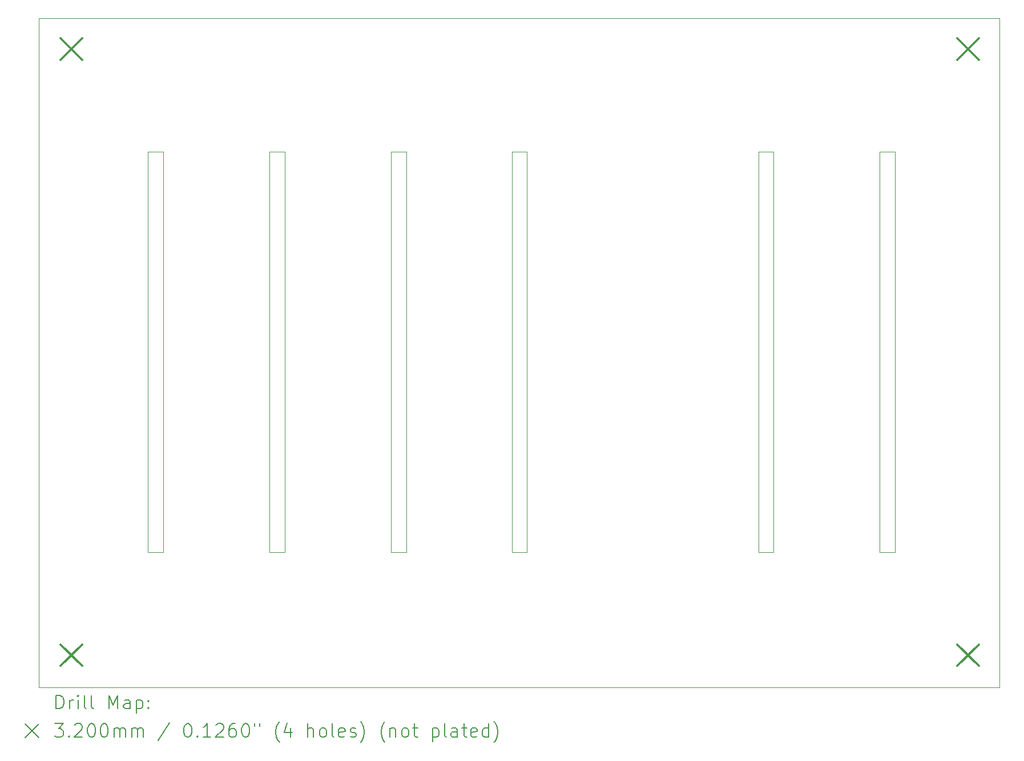
<source format=gbr>
%TF.GenerationSoftware,KiCad,Pcbnew,8.0.1-8.0.1-1~ubuntu22.04.1*%
%TF.CreationDate,2024-03-31T13:35:39+01:00*%
%TF.ProjectId,Arduino_Mixer,41726475-696e-46f5-9f4d-697865722e6b,1.0*%
%TF.SameCoordinates,Original*%
%TF.FileFunction,Drillmap*%
%TF.FilePolarity,Positive*%
%FSLAX45Y45*%
G04 Gerber Fmt 4.5, Leading zero omitted, Abs format (unit mm)*
G04 Created by KiCad (PCBNEW 8.0.1-8.0.1-1~ubuntu22.04.1) date 2024-03-31 13:35:39*
%MOMM*%
%LPD*%
G01*
G04 APERTURE LIST*
%ADD10C,0.100000*%
%ADD11C,0.200000*%
%ADD12C,0.320000*%
G04 APERTURE END LIST*
D10*
X9136100Y-6527800D02*
X9359900Y-6527800D01*
X9359900Y-12471400D01*
X9136100Y-12471400D01*
X9136100Y-6527800D01*
X10939500Y-6527800D02*
X11163300Y-6527800D01*
X11163300Y-12471400D01*
X10939500Y-12471400D01*
X10939500Y-6527800D01*
X12742900Y-6527800D02*
X12966700Y-6527800D01*
X12966700Y-12471400D01*
X12742900Y-12471400D01*
X12742900Y-6527800D01*
X18191200Y-6527800D02*
X18415000Y-6527800D01*
X18415000Y-12471400D01*
X18191200Y-12471400D01*
X18191200Y-6527800D01*
X19989800Y-6527800D02*
X20213600Y-6527800D01*
X20213600Y-12471400D01*
X19989800Y-12471400D01*
X19989800Y-6527800D01*
X7518400Y-4546600D02*
X21767800Y-4546600D01*
X21767800Y-14478000D01*
X7518400Y-14478000D01*
X7518400Y-4546600D01*
X14533600Y-6527800D02*
X14757400Y-6527800D01*
X14757400Y-12471400D01*
X14533600Y-12471400D01*
X14533600Y-6527800D01*
D11*
D12*
X7840000Y-4840000D02*
X8160000Y-5160000D01*
X8160000Y-4840000D02*
X7840000Y-5160000D01*
X7840000Y-13840000D02*
X8160000Y-14160000D01*
X8160000Y-13840000D02*
X7840000Y-14160000D01*
X21140000Y-4840000D02*
X21460000Y-5160000D01*
X21460000Y-4840000D02*
X21140000Y-5160000D01*
X21140000Y-13840000D02*
X21460000Y-14160000D01*
X21460000Y-13840000D02*
X21140000Y-14160000D01*
D11*
X7774177Y-14794484D02*
X7774177Y-14594484D01*
X7774177Y-14594484D02*
X7821796Y-14594484D01*
X7821796Y-14594484D02*
X7850367Y-14604008D01*
X7850367Y-14604008D02*
X7869415Y-14623055D01*
X7869415Y-14623055D02*
X7878939Y-14642103D01*
X7878939Y-14642103D02*
X7888462Y-14680198D01*
X7888462Y-14680198D02*
X7888462Y-14708769D01*
X7888462Y-14708769D02*
X7878939Y-14746865D01*
X7878939Y-14746865D02*
X7869415Y-14765912D01*
X7869415Y-14765912D02*
X7850367Y-14784960D01*
X7850367Y-14784960D02*
X7821796Y-14794484D01*
X7821796Y-14794484D02*
X7774177Y-14794484D01*
X7974177Y-14794484D02*
X7974177Y-14661150D01*
X7974177Y-14699246D02*
X7983701Y-14680198D01*
X7983701Y-14680198D02*
X7993224Y-14670674D01*
X7993224Y-14670674D02*
X8012272Y-14661150D01*
X8012272Y-14661150D02*
X8031320Y-14661150D01*
X8097986Y-14794484D02*
X8097986Y-14661150D01*
X8097986Y-14594484D02*
X8088462Y-14604008D01*
X8088462Y-14604008D02*
X8097986Y-14613531D01*
X8097986Y-14613531D02*
X8107510Y-14604008D01*
X8107510Y-14604008D02*
X8097986Y-14594484D01*
X8097986Y-14594484D02*
X8097986Y-14613531D01*
X8221796Y-14794484D02*
X8202748Y-14784960D01*
X8202748Y-14784960D02*
X8193224Y-14765912D01*
X8193224Y-14765912D02*
X8193224Y-14594484D01*
X8326558Y-14794484D02*
X8307510Y-14784960D01*
X8307510Y-14784960D02*
X8297986Y-14765912D01*
X8297986Y-14765912D02*
X8297986Y-14594484D01*
X8555129Y-14794484D02*
X8555129Y-14594484D01*
X8555129Y-14594484D02*
X8621796Y-14737341D01*
X8621796Y-14737341D02*
X8688463Y-14594484D01*
X8688463Y-14594484D02*
X8688463Y-14794484D01*
X8869415Y-14794484D02*
X8869415Y-14689722D01*
X8869415Y-14689722D02*
X8859891Y-14670674D01*
X8859891Y-14670674D02*
X8840844Y-14661150D01*
X8840844Y-14661150D02*
X8802748Y-14661150D01*
X8802748Y-14661150D02*
X8783701Y-14670674D01*
X8869415Y-14784960D02*
X8850367Y-14794484D01*
X8850367Y-14794484D02*
X8802748Y-14794484D01*
X8802748Y-14794484D02*
X8783701Y-14784960D01*
X8783701Y-14784960D02*
X8774177Y-14765912D01*
X8774177Y-14765912D02*
X8774177Y-14746865D01*
X8774177Y-14746865D02*
X8783701Y-14727817D01*
X8783701Y-14727817D02*
X8802748Y-14718293D01*
X8802748Y-14718293D02*
X8850367Y-14718293D01*
X8850367Y-14718293D02*
X8869415Y-14708769D01*
X8964653Y-14661150D02*
X8964653Y-14861150D01*
X8964653Y-14670674D02*
X8983701Y-14661150D01*
X8983701Y-14661150D02*
X9021796Y-14661150D01*
X9021796Y-14661150D02*
X9040844Y-14670674D01*
X9040844Y-14670674D02*
X9050367Y-14680198D01*
X9050367Y-14680198D02*
X9059891Y-14699246D01*
X9059891Y-14699246D02*
X9059891Y-14756388D01*
X9059891Y-14756388D02*
X9050367Y-14775436D01*
X9050367Y-14775436D02*
X9040844Y-14784960D01*
X9040844Y-14784960D02*
X9021796Y-14794484D01*
X9021796Y-14794484D02*
X8983701Y-14794484D01*
X8983701Y-14794484D02*
X8964653Y-14784960D01*
X9145605Y-14775436D02*
X9155129Y-14784960D01*
X9155129Y-14784960D02*
X9145605Y-14794484D01*
X9145605Y-14794484D02*
X9136082Y-14784960D01*
X9136082Y-14784960D02*
X9145605Y-14775436D01*
X9145605Y-14775436D02*
X9145605Y-14794484D01*
X9145605Y-14670674D02*
X9155129Y-14680198D01*
X9155129Y-14680198D02*
X9145605Y-14689722D01*
X9145605Y-14689722D02*
X9136082Y-14680198D01*
X9136082Y-14680198D02*
X9145605Y-14670674D01*
X9145605Y-14670674D02*
X9145605Y-14689722D01*
X7313400Y-15023000D02*
X7513400Y-15223000D01*
X7513400Y-15023000D02*
X7313400Y-15223000D01*
X7755129Y-15014484D02*
X7878939Y-15014484D01*
X7878939Y-15014484D02*
X7812272Y-15090674D01*
X7812272Y-15090674D02*
X7840843Y-15090674D01*
X7840843Y-15090674D02*
X7859891Y-15100198D01*
X7859891Y-15100198D02*
X7869415Y-15109722D01*
X7869415Y-15109722D02*
X7878939Y-15128769D01*
X7878939Y-15128769D02*
X7878939Y-15176388D01*
X7878939Y-15176388D02*
X7869415Y-15195436D01*
X7869415Y-15195436D02*
X7859891Y-15204960D01*
X7859891Y-15204960D02*
X7840843Y-15214484D01*
X7840843Y-15214484D02*
X7783701Y-15214484D01*
X7783701Y-15214484D02*
X7764653Y-15204960D01*
X7764653Y-15204960D02*
X7755129Y-15195436D01*
X7964653Y-15195436D02*
X7974177Y-15204960D01*
X7974177Y-15204960D02*
X7964653Y-15214484D01*
X7964653Y-15214484D02*
X7955129Y-15204960D01*
X7955129Y-15204960D02*
X7964653Y-15195436D01*
X7964653Y-15195436D02*
X7964653Y-15214484D01*
X8050367Y-15033531D02*
X8059891Y-15024008D01*
X8059891Y-15024008D02*
X8078939Y-15014484D01*
X8078939Y-15014484D02*
X8126558Y-15014484D01*
X8126558Y-15014484D02*
X8145605Y-15024008D01*
X8145605Y-15024008D02*
X8155129Y-15033531D01*
X8155129Y-15033531D02*
X8164653Y-15052579D01*
X8164653Y-15052579D02*
X8164653Y-15071627D01*
X8164653Y-15071627D02*
X8155129Y-15100198D01*
X8155129Y-15100198D02*
X8040843Y-15214484D01*
X8040843Y-15214484D02*
X8164653Y-15214484D01*
X8288462Y-15014484D02*
X8307510Y-15014484D01*
X8307510Y-15014484D02*
X8326558Y-15024008D01*
X8326558Y-15024008D02*
X8336082Y-15033531D01*
X8336082Y-15033531D02*
X8345605Y-15052579D01*
X8345605Y-15052579D02*
X8355129Y-15090674D01*
X8355129Y-15090674D02*
X8355129Y-15138293D01*
X8355129Y-15138293D02*
X8345605Y-15176388D01*
X8345605Y-15176388D02*
X8336082Y-15195436D01*
X8336082Y-15195436D02*
X8326558Y-15204960D01*
X8326558Y-15204960D02*
X8307510Y-15214484D01*
X8307510Y-15214484D02*
X8288462Y-15214484D01*
X8288462Y-15214484D02*
X8269415Y-15204960D01*
X8269415Y-15204960D02*
X8259891Y-15195436D01*
X8259891Y-15195436D02*
X8250367Y-15176388D01*
X8250367Y-15176388D02*
X8240843Y-15138293D01*
X8240843Y-15138293D02*
X8240843Y-15090674D01*
X8240843Y-15090674D02*
X8250367Y-15052579D01*
X8250367Y-15052579D02*
X8259891Y-15033531D01*
X8259891Y-15033531D02*
X8269415Y-15024008D01*
X8269415Y-15024008D02*
X8288462Y-15014484D01*
X8478939Y-15014484D02*
X8497986Y-15014484D01*
X8497986Y-15014484D02*
X8517034Y-15024008D01*
X8517034Y-15024008D02*
X8526558Y-15033531D01*
X8526558Y-15033531D02*
X8536082Y-15052579D01*
X8536082Y-15052579D02*
X8545605Y-15090674D01*
X8545605Y-15090674D02*
X8545605Y-15138293D01*
X8545605Y-15138293D02*
X8536082Y-15176388D01*
X8536082Y-15176388D02*
X8526558Y-15195436D01*
X8526558Y-15195436D02*
X8517034Y-15204960D01*
X8517034Y-15204960D02*
X8497986Y-15214484D01*
X8497986Y-15214484D02*
X8478939Y-15214484D01*
X8478939Y-15214484D02*
X8459891Y-15204960D01*
X8459891Y-15204960D02*
X8450367Y-15195436D01*
X8450367Y-15195436D02*
X8440844Y-15176388D01*
X8440844Y-15176388D02*
X8431320Y-15138293D01*
X8431320Y-15138293D02*
X8431320Y-15090674D01*
X8431320Y-15090674D02*
X8440844Y-15052579D01*
X8440844Y-15052579D02*
X8450367Y-15033531D01*
X8450367Y-15033531D02*
X8459891Y-15024008D01*
X8459891Y-15024008D02*
X8478939Y-15014484D01*
X8631320Y-15214484D02*
X8631320Y-15081150D01*
X8631320Y-15100198D02*
X8640844Y-15090674D01*
X8640844Y-15090674D02*
X8659891Y-15081150D01*
X8659891Y-15081150D02*
X8688463Y-15081150D01*
X8688463Y-15081150D02*
X8707510Y-15090674D01*
X8707510Y-15090674D02*
X8717034Y-15109722D01*
X8717034Y-15109722D02*
X8717034Y-15214484D01*
X8717034Y-15109722D02*
X8726558Y-15090674D01*
X8726558Y-15090674D02*
X8745605Y-15081150D01*
X8745605Y-15081150D02*
X8774177Y-15081150D01*
X8774177Y-15081150D02*
X8793225Y-15090674D01*
X8793225Y-15090674D02*
X8802748Y-15109722D01*
X8802748Y-15109722D02*
X8802748Y-15214484D01*
X8897986Y-15214484D02*
X8897986Y-15081150D01*
X8897986Y-15100198D02*
X8907510Y-15090674D01*
X8907510Y-15090674D02*
X8926558Y-15081150D01*
X8926558Y-15081150D02*
X8955129Y-15081150D01*
X8955129Y-15081150D02*
X8974177Y-15090674D01*
X8974177Y-15090674D02*
X8983701Y-15109722D01*
X8983701Y-15109722D02*
X8983701Y-15214484D01*
X8983701Y-15109722D02*
X8993225Y-15090674D01*
X8993225Y-15090674D02*
X9012272Y-15081150D01*
X9012272Y-15081150D02*
X9040844Y-15081150D01*
X9040844Y-15081150D02*
X9059891Y-15090674D01*
X9059891Y-15090674D02*
X9069415Y-15109722D01*
X9069415Y-15109722D02*
X9069415Y-15214484D01*
X9459891Y-15004960D02*
X9288463Y-15262103D01*
X9717034Y-15014484D02*
X9736082Y-15014484D01*
X9736082Y-15014484D02*
X9755129Y-15024008D01*
X9755129Y-15024008D02*
X9764653Y-15033531D01*
X9764653Y-15033531D02*
X9774177Y-15052579D01*
X9774177Y-15052579D02*
X9783701Y-15090674D01*
X9783701Y-15090674D02*
X9783701Y-15138293D01*
X9783701Y-15138293D02*
X9774177Y-15176388D01*
X9774177Y-15176388D02*
X9764653Y-15195436D01*
X9764653Y-15195436D02*
X9755129Y-15204960D01*
X9755129Y-15204960D02*
X9736082Y-15214484D01*
X9736082Y-15214484D02*
X9717034Y-15214484D01*
X9717034Y-15214484D02*
X9697987Y-15204960D01*
X9697987Y-15204960D02*
X9688463Y-15195436D01*
X9688463Y-15195436D02*
X9678939Y-15176388D01*
X9678939Y-15176388D02*
X9669415Y-15138293D01*
X9669415Y-15138293D02*
X9669415Y-15090674D01*
X9669415Y-15090674D02*
X9678939Y-15052579D01*
X9678939Y-15052579D02*
X9688463Y-15033531D01*
X9688463Y-15033531D02*
X9697987Y-15024008D01*
X9697987Y-15024008D02*
X9717034Y-15014484D01*
X9869415Y-15195436D02*
X9878939Y-15204960D01*
X9878939Y-15204960D02*
X9869415Y-15214484D01*
X9869415Y-15214484D02*
X9859891Y-15204960D01*
X9859891Y-15204960D02*
X9869415Y-15195436D01*
X9869415Y-15195436D02*
X9869415Y-15214484D01*
X10069415Y-15214484D02*
X9955129Y-15214484D01*
X10012272Y-15214484D02*
X10012272Y-15014484D01*
X10012272Y-15014484D02*
X9993225Y-15043055D01*
X9993225Y-15043055D02*
X9974177Y-15062103D01*
X9974177Y-15062103D02*
X9955129Y-15071627D01*
X10145606Y-15033531D02*
X10155129Y-15024008D01*
X10155129Y-15024008D02*
X10174177Y-15014484D01*
X10174177Y-15014484D02*
X10221796Y-15014484D01*
X10221796Y-15014484D02*
X10240844Y-15024008D01*
X10240844Y-15024008D02*
X10250368Y-15033531D01*
X10250368Y-15033531D02*
X10259891Y-15052579D01*
X10259891Y-15052579D02*
X10259891Y-15071627D01*
X10259891Y-15071627D02*
X10250368Y-15100198D01*
X10250368Y-15100198D02*
X10136082Y-15214484D01*
X10136082Y-15214484D02*
X10259891Y-15214484D01*
X10431320Y-15014484D02*
X10393225Y-15014484D01*
X10393225Y-15014484D02*
X10374177Y-15024008D01*
X10374177Y-15024008D02*
X10364653Y-15033531D01*
X10364653Y-15033531D02*
X10345606Y-15062103D01*
X10345606Y-15062103D02*
X10336082Y-15100198D01*
X10336082Y-15100198D02*
X10336082Y-15176388D01*
X10336082Y-15176388D02*
X10345606Y-15195436D01*
X10345606Y-15195436D02*
X10355129Y-15204960D01*
X10355129Y-15204960D02*
X10374177Y-15214484D01*
X10374177Y-15214484D02*
X10412272Y-15214484D01*
X10412272Y-15214484D02*
X10431320Y-15204960D01*
X10431320Y-15204960D02*
X10440844Y-15195436D01*
X10440844Y-15195436D02*
X10450368Y-15176388D01*
X10450368Y-15176388D02*
X10450368Y-15128769D01*
X10450368Y-15128769D02*
X10440844Y-15109722D01*
X10440844Y-15109722D02*
X10431320Y-15100198D01*
X10431320Y-15100198D02*
X10412272Y-15090674D01*
X10412272Y-15090674D02*
X10374177Y-15090674D01*
X10374177Y-15090674D02*
X10355129Y-15100198D01*
X10355129Y-15100198D02*
X10345606Y-15109722D01*
X10345606Y-15109722D02*
X10336082Y-15128769D01*
X10574177Y-15014484D02*
X10593225Y-15014484D01*
X10593225Y-15014484D02*
X10612272Y-15024008D01*
X10612272Y-15024008D02*
X10621796Y-15033531D01*
X10621796Y-15033531D02*
X10631320Y-15052579D01*
X10631320Y-15052579D02*
X10640844Y-15090674D01*
X10640844Y-15090674D02*
X10640844Y-15138293D01*
X10640844Y-15138293D02*
X10631320Y-15176388D01*
X10631320Y-15176388D02*
X10621796Y-15195436D01*
X10621796Y-15195436D02*
X10612272Y-15204960D01*
X10612272Y-15204960D02*
X10593225Y-15214484D01*
X10593225Y-15214484D02*
X10574177Y-15214484D01*
X10574177Y-15214484D02*
X10555129Y-15204960D01*
X10555129Y-15204960D02*
X10545606Y-15195436D01*
X10545606Y-15195436D02*
X10536082Y-15176388D01*
X10536082Y-15176388D02*
X10526558Y-15138293D01*
X10526558Y-15138293D02*
X10526558Y-15090674D01*
X10526558Y-15090674D02*
X10536082Y-15052579D01*
X10536082Y-15052579D02*
X10545606Y-15033531D01*
X10545606Y-15033531D02*
X10555129Y-15024008D01*
X10555129Y-15024008D02*
X10574177Y-15014484D01*
X10717034Y-15014484D02*
X10717034Y-15052579D01*
X10793225Y-15014484D02*
X10793225Y-15052579D01*
X11088463Y-15290674D02*
X11078939Y-15281150D01*
X11078939Y-15281150D02*
X11059891Y-15252579D01*
X11059891Y-15252579D02*
X11050368Y-15233531D01*
X11050368Y-15233531D02*
X11040844Y-15204960D01*
X11040844Y-15204960D02*
X11031320Y-15157341D01*
X11031320Y-15157341D02*
X11031320Y-15119246D01*
X11031320Y-15119246D02*
X11040844Y-15071627D01*
X11040844Y-15071627D02*
X11050368Y-15043055D01*
X11050368Y-15043055D02*
X11059891Y-15024008D01*
X11059891Y-15024008D02*
X11078939Y-14995436D01*
X11078939Y-14995436D02*
X11088463Y-14985912D01*
X11250368Y-15081150D02*
X11250368Y-15214484D01*
X11202748Y-15004960D02*
X11155130Y-15147817D01*
X11155130Y-15147817D02*
X11278939Y-15147817D01*
X11507510Y-15214484D02*
X11507510Y-15014484D01*
X11593225Y-15214484D02*
X11593225Y-15109722D01*
X11593225Y-15109722D02*
X11583701Y-15090674D01*
X11583701Y-15090674D02*
X11564653Y-15081150D01*
X11564653Y-15081150D02*
X11536082Y-15081150D01*
X11536082Y-15081150D02*
X11517034Y-15090674D01*
X11517034Y-15090674D02*
X11507510Y-15100198D01*
X11717034Y-15214484D02*
X11697987Y-15204960D01*
X11697987Y-15204960D02*
X11688463Y-15195436D01*
X11688463Y-15195436D02*
X11678939Y-15176388D01*
X11678939Y-15176388D02*
X11678939Y-15119246D01*
X11678939Y-15119246D02*
X11688463Y-15100198D01*
X11688463Y-15100198D02*
X11697987Y-15090674D01*
X11697987Y-15090674D02*
X11717034Y-15081150D01*
X11717034Y-15081150D02*
X11745606Y-15081150D01*
X11745606Y-15081150D02*
X11764653Y-15090674D01*
X11764653Y-15090674D02*
X11774177Y-15100198D01*
X11774177Y-15100198D02*
X11783701Y-15119246D01*
X11783701Y-15119246D02*
X11783701Y-15176388D01*
X11783701Y-15176388D02*
X11774177Y-15195436D01*
X11774177Y-15195436D02*
X11764653Y-15204960D01*
X11764653Y-15204960D02*
X11745606Y-15214484D01*
X11745606Y-15214484D02*
X11717034Y-15214484D01*
X11897987Y-15214484D02*
X11878939Y-15204960D01*
X11878939Y-15204960D02*
X11869415Y-15185912D01*
X11869415Y-15185912D02*
X11869415Y-15014484D01*
X12050368Y-15204960D02*
X12031320Y-15214484D01*
X12031320Y-15214484D02*
X11993225Y-15214484D01*
X11993225Y-15214484D02*
X11974177Y-15204960D01*
X11974177Y-15204960D02*
X11964653Y-15185912D01*
X11964653Y-15185912D02*
X11964653Y-15109722D01*
X11964653Y-15109722D02*
X11974177Y-15090674D01*
X11974177Y-15090674D02*
X11993225Y-15081150D01*
X11993225Y-15081150D02*
X12031320Y-15081150D01*
X12031320Y-15081150D02*
X12050368Y-15090674D01*
X12050368Y-15090674D02*
X12059891Y-15109722D01*
X12059891Y-15109722D02*
X12059891Y-15128769D01*
X12059891Y-15128769D02*
X11964653Y-15147817D01*
X12136082Y-15204960D02*
X12155130Y-15214484D01*
X12155130Y-15214484D02*
X12193225Y-15214484D01*
X12193225Y-15214484D02*
X12212272Y-15204960D01*
X12212272Y-15204960D02*
X12221796Y-15185912D01*
X12221796Y-15185912D02*
X12221796Y-15176388D01*
X12221796Y-15176388D02*
X12212272Y-15157341D01*
X12212272Y-15157341D02*
X12193225Y-15147817D01*
X12193225Y-15147817D02*
X12164653Y-15147817D01*
X12164653Y-15147817D02*
X12145606Y-15138293D01*
X12145606Y-15138293D02*
X12136082Y-15119246D01*
X12136082Y-15119246D02*
X12136082Y-15109722D01*
X12136082Y-15109722D02*
X12145606Y-15090674D01*
X12145606Y-15090674D02*
X12164653Y-15081150D01*
X12164653Y-15081150D02*
X12193225Y-15081150D01*
X12193225Y-15081150D02*
X12212272Y-15090674D01*
X12288463Y-15290674D02*
X12297987Y-15281150D01*
X12297987Y-15281150D02*
X12317034Y-15252579D01*
X12317034Y-15252579D02*
X12326558Y-15233531D01*
X12326558Y-15233531D02*
X12336082Y-15204960D01*
X12336082Y-15204960D02*
X12345606Y-15157341D01*
X12345606Y-15157341D02*
X12345606Y-15119246D01*
X12345606Y-15119246D02*
X12336082Y-15071627D01*
X12336082Y-15071627D02*
X12326558Y-15043055D01*
X12326558Y-15043055D02*
X12317034Y-15024008D01*
X12317034Y-15024008D02*
X12297987Y-14995436D01*
X12297987Y-14995436D02*
X12288463Y-14985912D01*
X12650368Y-15290674D02*
X12640844Y-15281150D01*
X12640844Y-15281150D02*
X12621796Y-15252579D01*
X12621796Y-15252579D02*
X12612272Y-15233531D01*
X12612272Y-15233531D02*
X12602749Y-15204960D01*
X12602749Y-15204960D02*
X12593225Y-15157341D01*
X12593225Y-15157341D02*
X12593225Y-15119246D01*
X12593225Y-15119246D02*
X12602749Y-15071627D01*
X12602749Y-15071627D02*
X12612272Y-15043055D01*
X12612272Y-15043055D02*
X12621796Y-15024008D01*
X12621796Y-15024008D02*
X12640844Y-14995436D01*
X12640844Y-14995436D02*
X12650368Y-14985912D01*
X12726558Y-15081150D02*
X12726558Y-15214484D01*
X12726558Y-15100198D02*
X12736082Y-15090674D01*
X12736082Y-15090674D02*
X12755130Y-15081150D01*
X12755130Y-15081150D02*
X12783701Y-15081150D01*
X12783701Y-15081150D02*
X12802749Y-15090674D01*
X12802749Y-15090674D02*
X12812272Y-15109722D01*
X12812272Y-15109722D02*
X12812272Y-15214484D01*
X12936082Y-15214484D02*
X12917034Y-15204960D01*
X12917034Y-15204960D02*
X12907511Y-15195436D01*
X12907511Y-15195436D02*
X12897987Y-15176388D01*
X12897987Y-15176388D02*
X12897987Y-15119246D01*
X12897987Y-15119246D02*
X12907511Y-15100198D01*
X12907511Y-15100198D02*
X12917034Y-15090674D01*
X12917034Y-15090674D02*
X12936082Y-15081150D01*
X12936082Y-15081150D02*
X12964653Y-15081150D01*
X12964653Y-15081150D02*
X12983701Y-15090674D01*
X12983701Y-15090674D02*
X12993225Y-15100198D01*
X12993225Y-15100198D02*
X13002749Y-15119246D01*
X13002749Y-15119246D02*
X13002749Y-15176388D01*
X13002749Y-15176388D02*
X12993225Y-15195436D01*
X12993225Y-15195436D02*
X12983701Y-15204960D01*
X12983701Y-15204960D02*
X12964653Y-15214484D01*
X12964653Y-15214484D02*
X12936082Y-15214484D01*
X13059892Y-15081150D02*
X13136082Y-15081150D01*
X13088463Y-15014484D02*
X13088463Y-15185912D01*
X13088463Y-15185912D02*
X13097987Y-15204960D01*
X13097987Y-15204960D02*
X13117034Y-15214484D01*
X13117034Y-15214484D02*
X13136082Y-15214484D01*
X13355130Y-15081150D02*
X13355130Y-15281150D01*
X13355130Y-15090674D02*
X13374177Y-15081150D01*
X13374177Y-15081150D02*
X13412273Y-15081150D01*
X13412273Y-15081150D02*
X13431320Y-15090674D01*
X13431320Y-15090674D02*
X13440844Y-15100198D01*
X13440844Y-15100198D02*
X13450368Y-15119246D01*
X13450368Y-15119246D02*
X13450368Y-15176388D01*
X13450368Y-15176388D02*
X13440844Y-15195436D01*
X13440844Y-15195436D02*
X13431320Y-15204960D01*
X13431320Y-15204960D02*
X13412273Y-15214484D01*
X13412273Y-15214484D02*
X13374177Y-15214484D01*
X13374177Y-15214484D02*
X13355130Y-15204960D01*
X13564653Y-15214484D02*
X13545606Y-15204960D01*
X13545606Y-15204960D02*
X13536082Y-15185912D01*
X13536082Y-15185912D02*
X13536082Y-15014484D01*
X13726558Y-15214484D02*
X13726558Y-15109722D01*
X13726558Y-15109722D02*
X13717034Y-15090674D01*
X13717034Y-15090674D02*
X13697987Y-15081150D01*
X13697987Y-15081150D02*
X13659892Y-15081150D01*
X13659892Y-15081150D02*
X13640844Y-15090674D01*
X13726558Y-15204960D02*
X13707511Y-15214484D01*
X13707511Y-15214484D02*
X13659892Y-15214484D01*
X13659892Y-15214484D02*
X13640844Y-15204960D01*
X13640844Y-15204960D02*
X13631320Y-15185912D01*
X13631320Y-15185912D02*
X13631320Y-15166865D01*
X13631320Y-15166865D02*
X13640844Y-15147817D01*
X13640844Y-15147817D02*
X13659892Y-15138293D01*
X13659892Y-15138293D02*
X13707511Y-15138293D01*
X13707511Y-15138293D02*
X13726558Y-15128769D01*
X13793225Y-15081150D02*
X13869415Y-15081150D01*
X13821796Y-15014484D02*
X13821796Y-15185912D01*
X13821796Y-15185912D02*
X13831320Y-15204960D01*
X13831320Y-15204960D02*
X13850368Y-15214484D01*
X13850368Y-15214484D02*
X13869415Y-15214484D01*
X14012273Y-15204960D02*
X13993225Y-15214484D01*
X13993225Y-15214484D02*
X13955130Y-15214484D01*
X13955130Y-15214484D02*
X13936082Y-15204960D01*
X13936082Y-15204960D02*
X13926558Y-15185912D01*
X13926558Y-15185912D02*
X13926558Y-15109722D01*
X13926558Y-15109722D02*
X13936082Y-15090674D01*
X13936082Y-15090674D02*
X13955130Y-15081150D01*
X13955130Y-15081150D02*
X13993225Y-15081150D01*
X13993225Y-15081150D02*
X14012273Y-15090674D01*
X14012273Y-15090674D02*
X14021796Y-15109722D01*
X14021796Y-15109722D02*
X14021796Y-15128769D01*
X14021796Y-15128769D02*
X13926558Y-15147817D01*
X14193225Y-15214484D02*
X14193225Y-15014484D01*
X14193225Y-15204960D02*
X14174177Y-15214484D01*
X14174177Y-15214484D02*
X14136082Y-15214484D01*
X14136082Y-15214484D02*
X14117034Y-15204960D01*
X14117034Y-15204960D02*
X14107511Y-15195436D01*
X14107511Y-15195436D02*
X14097987Y-15176388D01*
X14097987Y-15176388D02*
X14097987Y-15119246D01*
X14097987Y-15119246D02*
X14107511Y-15100198D01*
X14107511Y-15100198D02*
X14117034Y-15090674D01*
X14117034Y-15090674D02*
X14136082Y-15081150D01*
X14136082Y-15081150D02*
X14174177Y-15081150D01*
X14174177Y-15081150D02*
X14193225Y-15090674D01*
X14269415Y-15290674D02*
X14278939Y-15281150D01*
X14278939Y-15281150D02*
X14297987Y-15252579D01*
X14297987Y-15252579D02*
X14307511Y-15233531D01*
X14307511Y-15233531D02*
X14317034Y-15204960D01*
X14317034Y-15204960D02*
X14326558Y-15157341D01*
X14326558Y-15157341D02*
X14326558Y-15119246D01*
X14326558Y-15119246D02*
X14317034Y-15071627D01*
X14317034Y-15071627D02*
X14307511Y-15043055D01*
X14307511Y-15043055D02*
X14297987Y-15024008D01*
X14297987Y-15024008D02*
X14278939Y-14995436D01*
X14278939Y-14995436D02*
X14269415Y-14985912D01*
M02*

</source>
